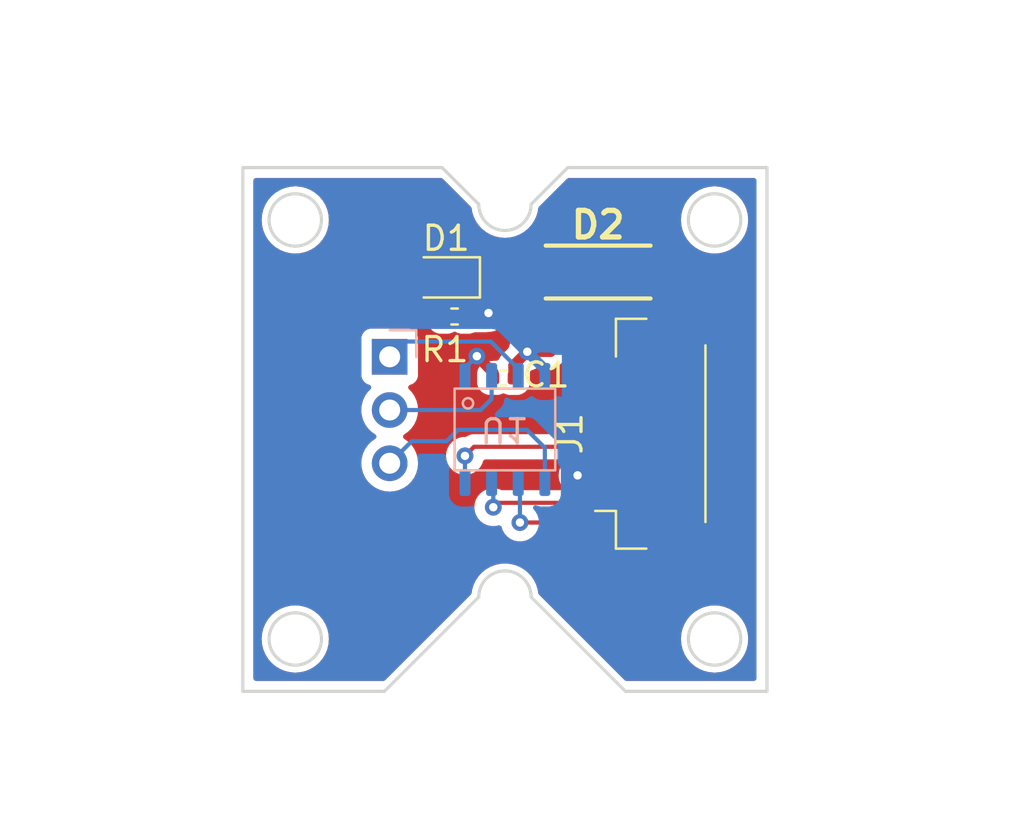
<source format=kicad_pcb>
(kicad_pcb (version 20221018) (generator pcbnew)
  (layers (0 "F.Cu" signal) (31 "B.Cu" signal) (34 "B.Paste" user) (35 "F.Paste" user) (36 "B.SilkS" user "B.Silkscreen") (37 "F.SilkS" user "F.Silkscreen") (38 "B.Mask" user) (39 "F.Mask" user) (44 "Edge.Cuts" user))
  (net 0 "")
  (net 1 "+3.3V")
  (net 2 "GND")
  (net 3 "Net-(D1-A)")
  (net 5 "Net-(J1-Pin_3)")
  (net 6 "Net-(J1-Pin_4)")
  (net 7 "Net-(J1-Pin_5)")
  (net 8 "Net-(J2-Pin_1)")
  (net 9 "Net-(J2-Pin_2)")
  (net 10 "Net-(J2-Pin_3)")
  (footprint "Resistor_SMD:R_0402_1005Metric" (layer "F.Cu") (at 147.600318 94.607832)
    (fp_text reference "R1" (at -0.465204 1.580499 180) (layer "F.SilkS") (effects (font (size 1.15 1.15) (thickness 0.16))))
    (fp_text value "1k")
    (fp_line (start -0.153641 -0.38) (end 0.153641 -0.38) (stroke (width 0.12)) (layer "F.SilkS"))
    (fp_line (start -0.153641 0.38) (end 0.153641 0.38) (stroke (width 0.12)) (layer "F.SilkS"))
    (pad "1" smd roundrect (at -0.51 0) (size 0.54 0.64) (layers "F.Cu" "F.Paste" "F.Mask") (net 3 "Net-(D1-A)"))
    (pad "2" smd roundrect (at 0.51 0) (size 0.54 0.64) (layers "F.Cu" "F.Paste" "F.Mask") (net 2 "GND"))
  )
  (footprint "Diode_SMD:D_0805_2012Metric" (layer "F.Cu") (at 147.123001 92.740999 180)
    (fp_text reference "D1" (at -0.074998 1.865001 180) (layer "F.SilkS") (effects (font (size 1.15 1.15) (thickness 0.16))))
    (fp_text value "LED")
    (fp_line (start -1.685 -0.96) (end -1.685 0.96) (stroke (width 0.12)) (layer "F.SilkS"))
    (fp_line (start -1.685 0.96) (end 1 0.96) (stroke (width 0.12)) (layer "F.SilkS"))
    (fp_line (start 1 -0.96) (end -1.685 -0.96) (stroke (width 0.12)) (layer "F.SilkS"))
    (pad "1" smd roundrect (at -0.9375 0 180) (size 0.975 1.4) (layers "F.Cu" "F.Paste" "F.Mask") (net 1 "+3.3V"))
    (pad "2" smd roundrect (at 0.9375 0 180) (size 0.975 1.4) (layers "F.Cu" "F.Paste" "F.Mask") (net 3 "Net-(D1-A)"))
  )
  (footprint "Capacitor_SMD:C_0402_1005Metric" (layer "F.Cu") (at 149.931 97.541998)
    (fp_text reference "C1" (at 2.028 -0.144) (layer "F.SilkS") (effects (font (size 1.15 1.15) (thickness 0.16))))
    (fp_text value "0.1uF" hide)
    (fp_line (start -0.107836 -0.36) (end 0.107836 -0.36) (stroke (width 0.12)) (layer "F.SilkS"))
    (fp_line (start -0.107836 0.36) (end 0.107836 0.36) (stroke (width 0.12)) (layer "F.SilkS"))
    (pad "1" smd roundrect (at -0.48 0) (size 0.56 0.62) (layers "F.Cu" "F.Paste" "F.Mask") (net 1 "+3.3V"))
    (pad "2" smd roundrect (at 0.48 0) (size 0.56 0.62) (layers "F.Cu" "F.Paste" "F.Mask") (net 2 "GND"))
  )
  (footprint "aaa_SamacSys_Parts:DIONM5025X225N" (layer "F.Cu") (at 154.445 92.486999)
    (fp_text reference "D2" (at 0 -2.25) (layer "F.SilkS") (effects (font (size 1.27 1.27) (thickness 0.254))))
    (fp_text value "SMAJ6.0CAe3_TR13" hide)
    (fp_line (start -2.5 1.262) (end 2.5 1.262) (stroke (width 0.2)) (layer "F.SilkS"))
    (fp_line (start 2.5 -1.262) (end -2.5 -1.262) (stroke (width 0.2)) (layer "F.SilkS"))
    (pad "1" smd rect (at -2 0 90) (size 1.55 2.2) (layers "F.Cu" "F.Paste" "F.Mask") (net 1 "+3.3V"))
    (pad "2" smd rect (at 2 0 90) (size 1.55 2.2) (layers "F.Cu" "F.Paste" "F.Mask") (net 2 "GND"))
  )
  (footprint "Connector_JST:JST_GH_SM06B-GHS-TB_1x06-1MP_P1.25mm_Horizontal" (layer "F.Cu") (at 157.004999 100.201999 90)
    (fp_text reference "J1" (at 0 -3.9 90) (layer "F.SilkS") (effects (font (size 1.15 1.15) (thickness 0.16))))
    (fp_text value "Main connector")
    (fp_line (start -5.485 -1.71) (end -3.685 -1.71) (stroke (width 0.12)) (layer "F.SilkS"))
    (fp_line (start -5.485 -0.26) (end -5.485 -1.71) (stroke (width 0.12)) (layer "F.SilkS"))
    (fp_line (start -4.215 2.56) (end 4.215 2.56) (stroke (width 0.12)) (layer "F.SilkS"))
    (fp_line (start -3.685 -1.71) (end -3.685 -2.7) (stroke (width 0.12)) (layer "F.SilkS"))
    (fp_line (start 5.485 -1.71) (end 3.685 -1.71) (stroke (width 0.12)) (layer "F.SilkS"))
    (fp_line (start 5.485 -0.26) (end 5.485 -1.71) (stroke (width 0.12)) (layer "F.SilkS"))
    (pad "1" smd roundrect (at -3.125 -1.85 90) (size 0.6 1.7) (layers "F.Cu" "F.Paste" "F.Mask"))
    (pad "2" smd roundrect (at -1.875 -1.85 90) (size 0.6 1.7) (layers "F.Cu" "F.Paste" "F.Mask") (net 2 "GND"))
    (pad "3" smd roundrect (at -0.625 -1.85 90) (size 0.6 1.7) (layers "F.Cu" "F.Paste" "F.Mask") (net 5 "Net-(J1-Pin_3)"))
    (pad "4" smd roundrect (at 0.625 -1.85 90) (size 0.6 1.7) (layers "F.Cu" "F.Paste" "F.Mask") (net 6 "Net-(J1-Pin_4)"))
    (pad "5" smd roundrect (at 1.875 -1.85 90) (size 0.6 1.7) (layers "F.Cu" "F.Paste" "F.Mask") (net 7 "Net-(J1-Pin_5)"))
    (pad "6" smd roundrect (at 3.125 -1.85 90) (size 0.6 1.7) (layers "F.Cu" "F.Paste" "F.Mask") (net 1 "+3.3V"))
    (pad "MP" smd roundrect (at -4.975 1.35 90) (size 1 2.7) (layers "F.Cu" "F.Paste" "F.Mask"))
    (pad "MP" smd roundrect (at 4.975 1.35 90) (size 1 2.7) (layers "F.Cu" "F.Paste" "F.Mask"))
  )
  (footprint "Magntek:MT6701_SOP8" (layer "B.Cu") (at 150 100)
    (fp_text reference "U1" (at -0.016 0.008 180 unlocked) (layer "B.SilkS") (effects (font (size 1.15 1.15) (thickness 0.16)) (justify mirror)))
    (fp_text value "MT6701-SOP8")
    (fp_rect (start -2.4 1.95) (end 2.4 -1.95) (stroke (width 0.12)) (fill none) (layer "B.SilkS"))
    (fp_circle (center -1.760688 -1.24885) (end -1.598307 -1.435694) (stroke (width 0.12)) (fill none) (layer "B.SilkS"))
    (pad "1" smd roundrect (at -1.905 -2.54 180) (size 0.525 1.27) (layers "B.Cu" "B.Paste" "B.Mask") (net 1 "+3.3V"))
    (pad "2" smd roundrect (at -0.635 -2.54 180) (size 0.525 1.27) (layers "B.Cu" "B.Paste" "B.Mask") (net 9 "Net-(J2-Pin_2)"))
    (pad "3" smd roundrect (at 0.635 -2.54 180) (size 0.525 1.27) (layers "B.Cu" "B.Paste" "B.Mask") (net 8 "Net-(J2-Pin_1)"))
    (pad "4" smd roundrect (at 1.905 -2.54 180) (size 0.525 1.27) (layers "B.Cu" "B.Paste" "B.Mask") (net 2 "GND"))
    (pad "5" smd roundrect (at 1.905 2.54 180) (size 0.525 1.27) (layers "B.Cu" "B.Paste" "B.Mask") (net 10 "Net-(J2-Pin_3)"))
    (pad "6" smd roundrect (at 0.635 2.54 180) (size 0.525 1.27) (layers "B.Cu" "B.Paste" "B.Mask") (net 7 "Net-(J1-Pin_5)"))
    (pad "7" smd roundrect (at -0.635 2.54 180) (size 0.525 1.27) (layers "B.Cu" "B.Paste" "B.Mask") (net 6 "Net-(J1-Pin_4)"))
    (pad "8" smd roundrect (at -1.905 2.54 180) (size 0.525 1.27) (layers "B.Cu" "B.Paste" "B.Mask") (net 5 "Net-(J1-Pin_3)"))
  )
  (footprint "Connector_PinHeader_2.54mm:PinHeader_1x03_P2.54mm_Horizontal" (layer "B.Cu") (at 144.503 96.531999 180)
    (fp_text reference "J2" hide)
    (fp_text value "optional features")
    (fp_line (start -1.27 0) (end -1.27 1.27) (stroke (width 0.12)) (layer "B.SilkS"))
    (fp_line (start -1.27 1.27) (end 0 1.27) (stroke (width 0.12)) (layer "B.SilkS"))
    (pad "1" thru_hole rect (at 0 0 180) (size 1.7 1.7) (drill 1) (layers "*.Cu" "*.Mask") (net 8 "Net-(J2-Pin_1)"))
    (pad "2" thru_hole oval (at 0 -2.54 180) (size 1.7 1.7) (drill 1) (layers "*.Cu" "*.Mask") (net 9 "Net-(J2-Pin_2)"))
    (pad "3" thru_hole oval (at 0 -5.08 180) (size 1.7 1.7) (drill 1) (layers "*.Cu" "*.Mask") (net 10 "Net-(J2-Pin_3)"))
  )
  (gr_line (start 148.75 108) (end 144.25 112.5) (stroke (width 0.15)) (layer "Edge.Cuts"))
  (gr_line (start 137.5 87.5) (end 147 87.5) (stroke (width 0.15)) (layer "Edge.Cuts"))
  (gr_line (start 148.75 89.25) (end 147 87.5) (stroke (width 0.15)) (layer "Edge.Cuts"))
  (gr_circle (center 140 110) (end 141.25 110) (stroke (width 0.15)) (fill none) (layer "Edge.Cuts"))
  (gr_line (start 162.5 87.5) (end 162.5 112.5) (stroke (width 0.15)) (layer "Edge.Cuts"))
  (gr_circle (center 160 110) (end 161.25 110) (stroke (width 0.15)) (fill none) (layer "Edge.Cuts"))
  (gr_arc (start 148.75 108) (mid 150 106.75) (end 151.25 108) (stroke (width 0.15)) (layer "Edge.Cuts"))
  (gr_line (start 144.25 112.5) (end 137.5 112.5) (stroke (width 0.15)) (layer "Edge.Cuts"))
  (gr_circle (center 140 90) (end 141.25 90) (stroke (width 0.15)) (fill none) (layer "Edge.Cuts"))
  (gr_line (start 153 87.5) (end 162.5 87.5) (stroke (width 0.15)) (layer "Edge.Cuts"))
  (gr_arc (start 151.25 89.25) (mid 150 90.5) (end 148.75 89.25) (stroke (width 0.15)) (layer "Edge.Cuts"))
  (gr_line (start 151.25 89.25) (end 153 87.5) (stroke (width 0.15)) (layer "Edge.Cuts"))
  (gr_line (start 162.5 112.5) (end 155.75 112.5) (stroke (width 0.15)) (layer "Edge.Cuts"))
  (gr_line (start 151.25 108) (end 155.75 112.5) (stroke (width 0.15)) (layer "Edge.Cuts"))
  (gr_line (start 137.5 112.5) (end 137.5 87.5) (stroke (width 0.15)) (layer "Edge.Cuts"))
  (gr_circle (center 160 90) (end 161.25 90) (stroke (width 0.15)) (fill none) (layer "Edge.Cuts"))
  (segment (start 149.451 97.541998) (end 149.451 97.292124) (width 0.5) (layer "F.Cu") (net 1))
  (segment (start 149.451 97.292124) (end 148.661135 96.502259) (width 0.5) (layer "F.Cu") (net 1))
  (via (at 148.661135 96.502259) (size 0.8) (drill 0.4) (layers "F.Cu" "B.Cu") (net 1))
  (segment (start 148.095 97.46) (end 148.095 97.068394) (width 0.2) (layer "B.Cu") (net 1))
  (segment (start 148.095 97.068394) (end 148.661135 96.502259) (width 0.2) (layer "B.Cu") (net 1))
  (segment (start 149.049167 94.607832) (end 149.216 94.440999) (width 0.5) (layer "F.Cu") (net 2))
  (segment (start 150.411 96.940999) (end 150.411 97.541998) (width 0.5) (layer "F.Cu") (net 2))
  (segment (start 151.062252 96.289747) (end 150.411 96.940999) (width 0.5) (layer "F.Cu") (net 2))
  (segment (start 155.040999 102.190999) (end 155.154999 102.076999) (width 0.5) (layer "F.Cu") (net 2))
  (segment (start 151.065869 96.289747) (end 151.062252 96.289747) (width 0.5) (layer "F.Cu") (net 2))
  (segment (start 152.176252 96.289747) (end 155.979 92.486999) (width 0.5) (layer "F.Cu") (net 2))
  (segment (start 151.065869 96.289747) (end 152.176252 96.289747) (width 0.5) (layer "F.Cu") (net 2))
  (segment (start 155.979 92.486999) (end 156.445 92.486999) (width 0.5) (layer "F.Cu") (net 2))
  (segment (start 153.466 102.190999) (end 155.040999 102.190999) (width 0.5) (layer "F.Cu") (net 2))
  (segment (start 148.110318 94.607832) (end 149.049167 94.607832) (width 0.5) (layer "F.Cu") (net 2))
  (via (at 149.216 94.440999) (size 0.8) (drill 0.4) (layers "F.Cu" "B.Cu") (net 2))
  (via (at 151.065869 96.289747) (size 0.8) (drill 0.4) (layers "F.Cu" "B.Cu") (net 2))
  (via (at 153.466 102.190999) (size 0.8) (drill 0.4) (layers "F.Cu" "B.Cu") (net 2))
  (segment (start 151.065869 96.289747) (end 151.905 97.128878) (width 0.5) (layer "B.Cu") (net 2))
  (segment (start 151.905 97.128878) (end 151.905 97.46) (width 0.5) (layer "B.Cu") (net 2))
  (segment (start 146.185501 93.703015) (end 147.090318 94.607832) (width 0.5) (layer "F.Cu") (net 3))
  (segment (start 146.185501 92.740999) (end 146.185501 93.703015) (width 0.5) (layer "F.Cu") (net 3))
  (segment (start 155.154999 100.826999) (end 148.525931 100.826999) (width 0.2) (layer "F.Cu") (net 5))
  (segment (start 148.525931 100.826999) (end 148.093836 101.259094) (width 0.2) (layer "F.Cu") (net 5))
  (via (at 148.093836 101.259094) (size 0.8) (drill 0.4) (layers "F.Cu" "B.Cu") (net 5))
  (segment (start 148.093836 101.259094) (end 148.093836 102.538836) (width 0.2) (layer "B.Cu") (net 5))
  (segment (start 148.093836 102.538836) (end 148.095 102.54) (width 0.2) (layer "B.Cu") (net 5))
  (segment (start 155.154999 99.576999) (end 155.391395 99.576999) (width 0.2) (layer "F.Cu") (net 6))
  (segment (start 156.43938 99.561695) (end 156.800863 99.923178) (width 0.2) (layer "F.Cu") (net 6))
  (segment (start 153 103.5) (end 149.656361 103.5) (width 0.2) (layer "F.Cu") (net 6))
  (segment (start 155.406699 99.561695) (end 156.43938 99.561695) (width 0.2) (layer "F.Cu") (net 6))
  (segment (start 149.656361 103.5) (end 149.445469 103.710892) (width 0.2) (layer "F.Cu") (net 6))
  (segment (start 156.800863 99.923178) (end 156.800863 103.167531) (width 0.2) (layer "F.Cu") (net 6))
  (segment (start 156.800863 103.167531) (end 155.936395 104.031999) (width 0.2) (layer "F.Cu") (net 6))
  (segment (start 155.936395 104.031999) (end 153.531999 104.031999) (width 0.2) (layer "F.Cu") (net 6))
  (segment (start 155.391395 99.576999) (end 155.406699 99.561695) (width 0.2) (layer "F.Cu") (net 6))
  (segment (start 153.531999 104.031999) (end 153 103.5) (width 0.2) (layer "F.Cu") (net 6))
  (via (at 149.445469 103.710892) (size 0.8) (drill 0.4) (layers "F.Cu" "B.Cu") (net 6))
  (segment (start 149.445469 103.710892) (end 149.445469 102.620469) (width 0.2) (layer "B.Cu") (net 6))
  (segment (start 149.445469 102.620469) (end 149.365 102.54) (width 0.2) (layer "B.Cu") (net 6))
  (segment (start 157.466 103.690999) (end 156.125 105.031999) (width 0.2) (layer "F.Cu") (net 7))
  (segment (start 156.579364 98.304363) (end 157.466 99.190999) (width 0.2) (layer "F.Cu") (net 7))
  (segment (start 155.154999 98.326999) (end 155.391395 98.326999) (width 0.2) (layer "F.Cu") (net 7))
  (segment (start 155.414031 98.304363) (end 156.579364 98.304363) (width 0.2) (layer "F.Cu") (net 7))
  (segment (start 155.391395 98.326999) (end 155.414031 98.304363) (width 0.2) (layer "F.Cu") (net 7))
  (segment (start 152.440999 104.440999) (end 150.716 104.440999) (width 0.2) (layer "F.Cu") (net 7))
  (segment (start 156.125 105.031999) (end 153.031999 105.031999) (width 0.2) (layer "F.Cu") (net 7))
  (segment (start 153.031999 105.031999) (end 152.440999 104.440999) (width 0.2) (layer "F.Cu") (net 7))
  (segment (start 157.466 99.190999) (end 157.466 103.690999) (width 0.2) (layer "F.Cu") (net 7))
  (via (at 150.716 104.440999) (size 0.8) (drill 0.4) (layers "F.Cu" "B.Cu") (net 7))
  (segment (start 150.716 104.440999) (end 150.716 102.621) (width 0.2) (layer "B.Cu") (net 7))
  (segment (start 150.716 102.621) (end 150.635 102.54) (width 0.2) (layer "B.Cu") (net 7))
  (segment (start 144.503 96.531999) (end 145.23224 95.802759) (width 0.2) (layer "B.Cu") (net 8))
  (segment (start 145.23224 95.802759) (end 149.32776 95.802759) (width 0.2) (layer "B.Cu") (net 8))
  (segment (start 150.635 97.109999) (end 150.635 97.46) (width 0.2) (layer "B.Cu") (net 8))
  (segment (start 149.32776 95.802759) (end 150.635 97.109999) (width 0.2) (layer "B.Cu") (net 8))
  (segment (start 149.365 98.541999) (end 149.365 97.46) (width 0.2) (layer "B.Cu") (net 9))
  (segment (start 148.835 99.071999) (end 149.365 98.541999) (width 0.2) (layer "B.Cu") (net 9))
  (segment (start 144.503 99.071999) (end 148.835 99.071999) (width 0.2) (layer "B.Cu") (net 9))
  (segment (start 147.763786 100.017478) (end 151.048567 100.017478) (width 0.2) (layer "B.Cu") (net 10))
  (segment (start 144.503 101.611999) (end 145.555905 100.559094) (width 0.2) (layer "B.Cu") (net 10))
  (segment (start 145.555905 100.559094) (end 147.22217 100.559094) (width 0.2) (layer "B.Cu") (net 10))
  (segment (start 151.048567 100.017478) (end 151.905 100.873911) (width 0.2) (layer "B.Cu") (net 10))
  (segment (start 151.905 100.873911) (end 151.905 102.54) (width 0.2) (layer "B.Cu") (net 10))
  (segment (start 147.22217 100.559094) (end 147.763786 100.017478) (width 0.2) (layer "B.Cu") (net 10))
  (zone (net 0) (net_name "") (layer "F.Cu") (connect_pads (clearance 0)) (min_thickness 0.25)
    (keepout (tracks allowed) (vias allowed) (pads allowed) (copperpour not_allowed) (footprints allowed))
    (fill (thermal_gap 0.5) (thermal_bridge_width 0.5))
    (polygon (pts (xy 149.966 96.690999) (xy 149.198839 96.742309) (xy 148.67107 97.294914) (xy 148.67107 97.791638) (xy 149.201943 98.344244) (xy 149.698667 98.350453) (xy 149.966 98.190999)))
  )
  (zone (net 1) (net_name "+3.3V") (layer "F.Cu") (priority 1) (connect_pads (clearance 0.5)) (min_thickness 0.25) (fill yes (thermal_gap 0.5) (thermal_bridge_width 0.5))
    (polygon (pts (xy 138 88) (xy 138 112) (xy 162 112) (xy 162 88)))
  )
  (zone (net 0) (net_name "") (layer "B.Cu") (connect_pads (clearance 0)) (min_thickness 0.25)
    (keepout (tracks allowed) (vias allowed) (pads allowed) (copperpour not_allowed) (footprints allowed))
    (fill (thermal_gap 0.5) (thermal_bridge_width 0.5))
    (polygon (pts (xy 152.216 96.440999) (xy 151.466 97.440999) (xy 151.466 98.190999) (xy 152.716 98.440999) (xy 152.716 96.440999)))
  )
  (zone (net 2) (net_name "GND") (layer "B.Cu") (connect_pads (clearance 0.5)) (min_thickness 0.25) (fill yes (thermal_gap 0.5) (thermal_bridge_width 0.5))
    (polygon (pts (xy 138 88) (xy 162 88) (xy 162 112) (xy 138 112)))
  )
)
</source>
